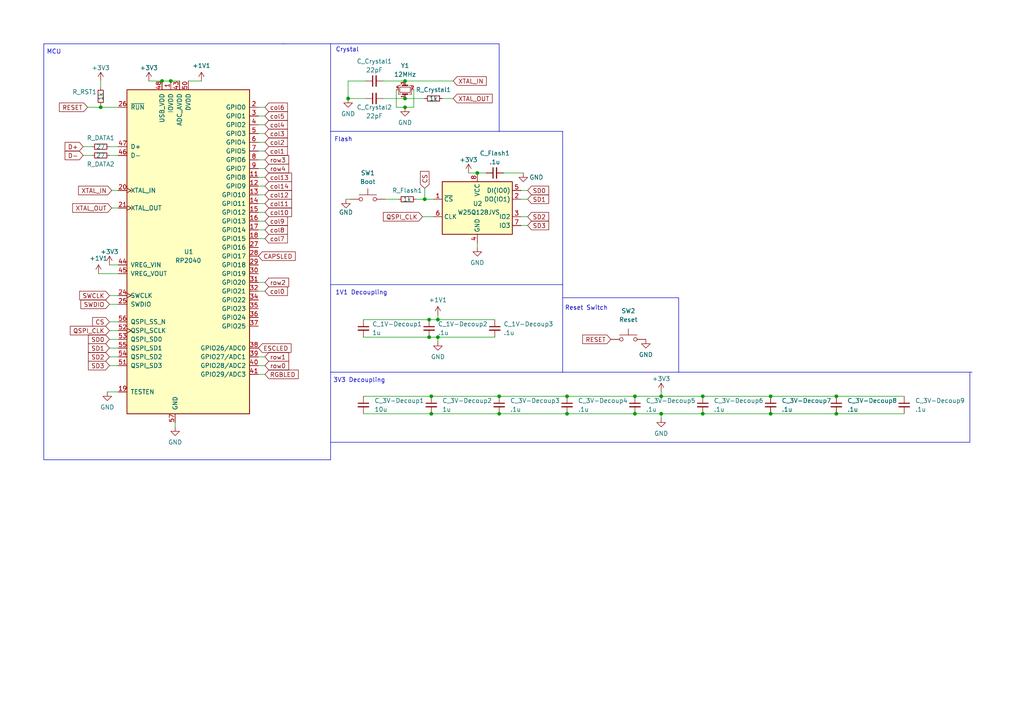
<source format=kicad_sch>
(kicad_sch (version 20230121) (generator eeschema)
  (paper "A4")
  (title_block (title "SST60 - Multi-layout 60% pcb") (date "2022-07-25") (rev "1.0"))
  (lib_symbols
    (symbol "Device:C_Small" (pin_numbers hide) (pin_names (offset 0.254) hide)
      (property "Reference" "C" (at 0.254 1.778 0))
      (property "Value" "C_Small" (at 0.254 -2.032 0))
      (symbol "C_Small_0_1"
        (polyline (pts (xy -1.524 -0.508) (xy 1.524 -0.508)) (stroke (width 0.3302)))
        (polyline (pts (xy -1.524 0.508) (xy 1.524 0.508)) (stroke (width 0.3048)))
      )
      (symbol "C_Small_1_1"
        (pin passive line (at 0 2.54 270) (length 2.032) (name "~") (number "1"))
        (pin passive line (at 0 -2.54 90) (length 2.032) (name "~") (number "2"))
      )
    )
    (symbol "Device:Crystal_GND24_Small" (pin_names (offset 1.016) hide)
      (property "Reference" "Y" (at 1.27 4.445 0))
      (property "Value" "Crystal_GND24_Small" (at 1.27 2.54 0))
      (symbol "Crystal_GND24_Small_0_1"
        (rectangle (start -0.762 -1.524) (end 0.762 1.524))
        (polyline (pts (xy -1.27 -0.762) (xy -1.27 0.762)) (stroke (width 0.381)))
        (polyline (pts (xy 1.27 -0.762) (xy 1.27 0.762)) (stroke (width 0.381)))
        (polyline (pts (xy -1.27 -1.27) (xy -1.27 -1.905) (xy 1.27 -1.905) (xy 1.27 -1.27)))
        (polyline (pts (xy -1.27 1.27) (xy -1.27 1.905) (xy 1.27 1.905) (xy 1.27 1.27)))
      )
      (symbol "Crystal_GND24_Small_1_1"
        (pin passive line (at -2.54 0 0) (length 1.27) (name "1") (number "1"))
        (pin passive line (at 0 -2.54 90) (length 0.635) (name "2") (number "2"))
        (pin passive line (at 2.54 0 180) (length 1.27) (name "3") (number "3"))
        (pin passive line (at 0 2.54 270) (length 0.635) (name "4") (number "4"))
      )
    )
    (symbol "Device:R_Small" (pin_numbers hide) (pin_names (offset 0.254) hide)
      (property "Reference" "R" (at 0.762 0.508 0))
      (property "Value" "R_Small" (at 0.762 -1.016 0))
      (symbol "R_Small_0_1"
        (rectangle (start -0.762 1.778) (end 0.762 -1.778) (stroke (width 0.2032)))
      )
      (symbol "R_Small_1_1"
        (pin passive line (at 0 2.54 270) (length 0.762) (name "~") (number "1"))
        (pin passive line (at 0 -2.54 90) (length 0.762) (name "~") (number "2"))
      )
    )
    (symbol "Memory_Flash:W25Q128JVS"
      (property "Reference" "U" (at -8.89 8.89 0))
      (property "Value" "W25Q128JVS" (at 7.62 8.89 0))
      (symbol "W25Q128JVS_0_1"
        (rectangle (start -10.16 7.62) (end 10.16 -7.62) (stroke (width 0.254)) (fill (type background)))
      )
      (symbol "W25Q128JVS_1_1"
        (pin input line (at -12.7 2.54 0) (length 2.54) (name "~{CS}") (number "1"))
        (pin bidirectional line (at 12.7 2.54 180) (length 2.54) (name "DO(IO1)") (number "2"))
        (pin bidirectional line (at 12.7 -2.54 180) (length 2.54) (name "IO2") (number "3"))
        (pin power_in line (at 0 -10.16 90) (length 2.54) (name "GND") (number "4"))
        (pin bidirectional line (at 12.7 5.08 180) (length 2.54) (name "DI(IO0)") (number "5"))
        (pin input line (at -12.7 -2.54 0) (length 2.54) (name "CLK") (number "6"))
        (pin bidirectional line (at 12.7 -5.08 180) (length 2.54) (name "IO3") (number "7"))
        (pin power_in line (at 0 10.16 270) (length 2.54) (name "VCC") (number "8"))
      )
    )
    (symbol "Switch:SW_Push" (pin_numbers hide) (pin_names (offset 1.016) hide)
      (property "Reference" "SW" (at 1.27 2.54 0))
      (property "Value" "SW_Push" (at 0 -1.524 0))
      (symbol "SW_Push_0_1"
        (circle (center -2.032 0) (radius 0.508))
        (polyline (pts (xy 0 1.27) (xy 0 3.048)))
        (polyline (pts (xy 2.54 1.27) (xy -2.54 1.27)))
        (circle (center 2.032 0) (radius 0.508))
        (pin passive line (at -5.08 0 0) (length 2.54) (name "1") (number "1"))
        (pin passive line (at 5.08 0 180) (length 2.54) (name "2") (number "2"))
      )
    )
    (symbol "cipulot_parts:RP2040" (pin_names (offset 1.016))
      (property "Reference" "U" (at 8.89 51.435 0))
      (property "Value" "RP2040" (at 8.89 48.895 0))
      (symbol "RP2040_0_0"
        (rectangle (start -17.78 -45.72) (end 17.78 48.26) (stroke (width 0.254)) (fill (type background)))
      )
      (symbol "RP2040_1_1"
        (pin power_in line (at -5.08 50.8 270) (length 2.54) (name "IOVDD") (number "1"))
        (pin power_in line (at -5.08 50.8 270) (length 2.54) hide (name "IOVDD") (number "10"))
        (pin input line (at 20.32 22.86 180) (length 2.54) (name "GPIO8") (number "11"))
        (pin input line (at 20.32 20.32 180) (length 2.54) (name "GPIO9") (number "12"))
        (pin input line (at 20.32 17.78 180) (length 2.54) (name "GPIO10") (number "13"))
        (pin input line (at 20.32 15.24 180) (length 2.54) (name "GPIO11") (number "14"))
        (pin input line (at 20.32 12.7 180) (length 2.54) (name "GPIO12") (number "15"))
        (pin input line (at 20.32 10.16 180) (length 2.54) (name "GPIO13") (number "16"))
        (pin input line (at 20.32 7.62 180) (length 2.54) (name "GPIO14") (number "17"))
        (pin input line (at 20.32 5.08 180) (length 2.54) (name "GPIO15") (number "18"))
        (pin input line (at -20.32 -39.37 0) (length 2.54) (name "TESTEN") (number "19"))
        (pin input line (at 20.32 43.18 180) (length 2.54) (name "GPIO0") (number "2"))
        (pin input clock (at -20.32 19.05 0) (length 2.54) (name "XTAL_IN") (number "20"))
        (pin input clock (at -20.32 13.97 0) (length 2.54) (name "XTAL_OUT") (number "21"))
        (pin power_in line (at -5.08 50.8 270) (length 2.54) hide (name "IOVDD") (number "22"))
        (pin power_in line (at 0 50.8 270) (length 2.54) hide (name "DVDD") (number "23"))
        (pin input clock (at -20.32 -11.43 0) (length 2.54) (name "SWCLK") (number "24"))
        (pin bidirectional line (at -20.32 -13.97 0) (length 2.54) (name "SWDIO") (number "25"))
        (pin input line (at -20.32 43.18 0) (length 2.54) (name "~{RUN}") (number "26"))
        (pin input line (at 20.32 2.54 180) (length 2.54) (name "GPIO16") (number "27"))
        (pin input line (at 20.32 0 180) (length 2.54) (name "GPIO17") (number "28"))
        (pin input line (at 20.32 -2.54 180) (length 2.54) (name "GPIO18") (number "29"))
        (pin input line (at 20.32 40.64 180) (length 2.54) (name "GPIO1") (number "3"))
        (pin input line (at 20.32 -5.08 180) (length 2.54) (name "GPIO19") (number "30"))
        (pin input line (at 20.32 -7.62 180) (length 2.54) (name "GPIO20") (number "31"))
        (pin input line (at 20.32 -10.16 180) (length 2.54) (name "GPIO21") (number "32"))
        (pin power_in line (at -5.08 50.8 270) (length 2.54) hide (name "IOVDD") (number "33"))
        (pin input line (at 20.32 -12.7 180) (length 2.54) (name "GPIO22") (number "34"))
        (pin input line (at 20.32 -15.24 180) (length 2.54) (name "GPIO23") (number "35"))
        (pin input line (at 20.32 -17.78 180) (length 2.54) (name "GPIO24") (number "36"))
        (pin input line (at 20.32 -20.32 180) (length 2.54) (name "GPIO25") (number "37"))
        (pin input line (at 20.32 -26.67 180) (length 2.54) (name "GPIO26/ADC0") (number "38"))
        (pin input line (at 20.32 -29.21 180) (length 2.54) (name "GPIO27/ADC1") (number "39"))
        (pin input line (at 20.32 38.1 180) (length 2.54) (name "GPIO2") (number "4"))
        (pin input line (at 20.32 -31.75 180) (length 2.54) (name "GPIO28/ADC2") (number "40"))
        (pin input line (at 20.32 -34.29 180) (length 2.54) (name "GPIO29/ADC3") (number "41"))
        (pin power_in line (at -5.08 50.8 270) (length 2.54) hide (name "IOVDD") (number "42"))
        (pin power_in line (at -2.54 50.8 270) (length 2.54) (name "ADC_AVDD") (number "43"))
        (pin power_in line (at -20.32 -2.54 0) (length 2.54) (name "VREG_VIN") (number "44"))
        (pin power_out line (at -20.32 -5.08 0) (length 2.54) (name "VREG_VOUT") (number "45"))
        (pin bidirectional line (at -20.32 29.21 0) (length 2.54) (name "D-") (number "46"))
        (pin bidirectional line (at -20.32 31.75 0) (length 2.54) (name "D+") (number "47"))
        (pin power_in line (at -7.62 50.8 270) (length 2.54) (name "USB_VDD") (number "48"))
        (pin power_in line (at -5.08 50.8 270) (length 2.54) hide (name "IOVDD") (number "49"))
        (pin input line (at 20.32 35.56 180) (length 2.54) (name "GPIO3") (number "5"))
        (pin power_in line (at 0 50.8 270) (length 2.54) (name "DVDD") (number "50"))
        (pin bidirectional line (at -20.32 -31.75 0) (length 2.54) (name "QSPI_SD3") (number "51"))
        (pin input clock (at -20.32 -21.59 0) (length 2.54) (name "QSPI_SCLK") (number "52"))
        (pin bidirectional line (at -20.32 -24.13 0) (length 2.54) (name "QSPI_SD0") (number "53"))
        (pin bidirectional line (at -20.32 -29.21 0) (length 2.54) (name "QSPI_SD2") (number "54"))
        (pin bidirectional line (at -20.32 -26.67 0) (length 2.54) (name "QSPI_SD1") (number "55"))
        (pin bidirectional line (at -20.32 -19.05 0) (length 2.54) (name "QSPI_SS_N") (number "56"))
        (pin power_in line (at -3.81 -48.26 90) (length 2.54) (name "GND") (number "57"))
        (pin input line (at 20.32 33.02 180) (length 2.54) (name "GPIO4") (number "6"))
        (pin input line (at 20.32 30.48 180) (length 2.54) (name "GPIO5") (number "7"))
        (pin input line (at 20.32 27.94 180) (length 2.54) (name "GPIO6") (number "8"))
        (pin input line (at 20.32 25.4 180) (length 2.54) (name "GPIO7") (number "9"))
      )
    )
    (symbol "power:+1V1" (power) (pin_names (offset 0))
      (property "Value" "+1V1" (at 0 3.556 0))
      (symbol "+1V1_0_1"
        (polyline (pts (xy -0.762 1.27) (xy 0 2.54)))
        (polyline (pts (xy 0 0) (xy 0 2.54)))
        (polyline (pts (xy 0 2.54) (xy 0.762 1.27)))
      )
      (symbol "+1V1_1_1"
        (pin power_in line (at 0 0 90) (length 0) hide (name "+1V1") (number "1"))
      )
    )
    (symbol "power:+3V3" (power) (pin_names (offset 0))
      (property "Value" "+3V3" (at 0 3.556 0))
      (symbol "+3V3_0_1"
        (polyline (pts (xy -0.762 1.27) (xy 0 2.54)))
        (polyline (pts (xy 0 0) (xy 0 2.54)))
        (polyline (pts (xy 0 2.54) (xy 0.762 1.27)))
      )
      (symbol "+3V3_1_1"
        (pin power_in line (at 0 0 90) (length 0) hide (name "+3V3") (number "1"))
      )
    )
    (symbol "power:GND" (power) (pin_names (offset 0))
      (property "Value" "GND" (at 0 -3.81 0))
      (symbol "GND_0_1"
        (polyline (pts (xy 0 0) (xy 0 -1.27) (xy 1.27 -1.27) (xy 0 -2.54) (xy -1.27 -1.27) (xy 0 -1.27)))
      )
      (symbol "GND_1_1"
        (pin power_in line (at 0 0 270) (length 0) hide (name "GND") (number "1"))
      )
    )
  )
  (junction (at 223.52 120.015))
  (junction (at 144.78 114.935))
  (junction (at 184.15 114.935))
  (junction (at 138.43 50.165))
  (junction (at 117.475 28.575))
  (junction (at 203.835 114.935))
  (junction (at 49.53 23.495))
  (junction (at 164.465 120.015))
  (junction (at 127 92.71))
  (junction (at 127 97.79))
  (junction (at 117.475 31.115))
  (junction (at 29.21 31.115))
  (junction (at 164.465 114.935))
  (junction (at 191.77 120.015))
  (junction (at 125.095 120.015))
  (junction (at 124.46 97.79))
  (junction (at 125.095 114.935))
  (junction (at 144.78 120.015))
  (junction (at 242.57 114.935))
  (junction (at 191.77 114.935))
  (junction (at 203.835 120.015))
  (junction (at 46.99 23.495))
  (junction (at 124.46 92.71))
  (junction (at 223.52 114.935))
  (junction (at 123.19 57.785))
  (junction (at 100.965 28.575))
  (junction (at 242.57 120.015))
  (junction (at 184.15 120.015))
  (junction (at 117.475 23.495))
  (polyline (pts (xy 163.195 107.95) (xy 281.94 107.95)))
  (wire (pts (xy 31.75 85.725) (xy 34.29 85.725)))
  (wire (pts (xy 111.125 28.575) (xy 117.475 28.575)))
  (wire (pts (xy 125.095 114.935) (xy 144.78 114.935)))
  (wire (pts (xy 122.555 62.865) (xy 125.73 62.865)))
  (wire (pts (xy 31.75 88.265) (xy 34.29 88.265)))
  (wire (pts (xy 127 97.79) (xy 143.51 97.79)))
  (wire (pts (xy 29.21 31.115) (xy 34.29 31.115)))
  (wire (pts (xy 242.57 120.015) (xy 262.255 120.015)))
  (wire (pts (xy 111.125 23.495) (xy 117.475 23.495)))
  (wire (pts (xy 74.93 53.975) (xy 76.835 53.975)))
  (wire (pts (xy 151.13 55.245) (xy 153.035 55.245)))
  (wire (pts (xy 74.93 64.135) (xy 76.835 64.135)))
  (wire (pts (xy 31.75 103.505) (xy 34.29 103.505)))
  (wire (pts (xy 191.77 114.935) (xy 203.835 114.935)))
  (wire (pts (xy 120.015 31.115) (xy 117.475 31.115)))
  (wire (pts (xy 28.575 79.375) (xy 34.29 79.375)))
  (wire (pts (xy 138.43 50.165) (xy 140.97 50.165)))
  (wire (pts (xy 31.75 42.545) (xy 34.29 42.545)))
  (wire (pts (xy 43.18 23.495) (xy 46.99 23.495)))
  (wire (pts (xy 31.75 100.965) (xy 34.29 100.965)))
  (wire (pts (xy 105.41 120.015) (xy 125.095 120.015)))
  (polyline (pts (xy 144.78 12.7) (xy 144.78 38.1)))
  (wire (pts (xy 100.965 28.575) (xy 100.965 23.495)))
  (polyline (pts (xy 144.78 38.1) (xy 95.885 38.1)))
  (wire (pts (xy 24.13 42.545) (xy 26.67 42.545)))
  (wire (pts (xy 32.385 60.325) (xy 34.29 60.325)))
  (wire (pts (xy 127 92.71) (xy 143.51 92.71)))
  (wire (pts (xy 74.93 41.275) (xy 76.835 41.275)))
  (wire (pts (xy 74.93 59.055) (xy 76.835 59.055)))
  (wire (pts (xy 74.93 43.815) (xy 76.835 43.815)))
  (wire (pts (xy 74.93 84.455) (xy 76.835 84.455)))
  (wire (pts (xy 74.93 81.915) (xy 76.835 81.915)))
  (wire (pts (xy 50.8 122.555) (xy 50.8 123.825)))
  (polyline (pts (xy 163.195 38.1) (xy 163.195 82.55)))
  (polyline (pts (xy 163.195 86.36) (xy 196.85 86.36)))
  (wire (pts (xy 49.53 23.495) (xy 52.07 23.495)))
  (wire (pts (xy 203.835 114.935) (xy 223.52 114.935)))
  (wire (pts (xy 46.99 23.495) (xy 49.53 23.495)))
  (wire (pts (xy 29.21 23.495) (xy 29.21 25.4)))
  (polyline (pts (xy 82.55 133.35) (xy 12.7 133.35)))
  (wire (pts (xy 74.93 51.435) (xy 76.835 51.435)))
  (wire (pts (xy 125.095 120.015) (xy 144.78 120.015)))
  (wire (pts (xy 32.385 55.245) (xy 34.29 55.245)))
  (polyline (pts (xy 163.195 82.55) (xy 163.195 107.95)))
  (wire (pts (xy 135.89 50.165) (xy 138.43 50.165)))
  (wire (pts (xy 74.93 103.505) (xy 76.835 103.505)))
  (wire (pts (xy 31.75 98.425) (xy 34.29 98.425)))
  (wire (pts (xy 111.76 57.785) (xy 115.57 57.785)))
  (wire (pts (xy 24.13 45.085) (xy 26.67 45.085)))
  (wire (pts (xy 164.465 120.015) (xy 184.15 120.015)))
  (wire (pts (xy 105.41 114.935) (xy 125.095 114.935)))
  (wire (pts (xy 74.93 48.895) (xy 76.835 48.895)))
  (wire (pts (xy 144.78 120.015) (xy 164.465 120.015)))
  (wire (pts (xy 100.33 57.785) (xy 101.6 57.785)))
  (wire (pts (xy 74.93 31.115) (xy 76.835 31.115)))
  (wire (pts (xy 31.75 45.085) (xy 34.29 45.085)))
  (wire (pts (xy 31.75 106.045) (xy 34.29 106.045)))
  (wire (pts (xy 100.965 23.495) (xy 106.045 23.495)))
  (wire (pts (xy 138.43 70.485) (xy 138.43 71.755)))
  (wire (pts (xy 74.93 36.195) (xy 76.835 36.195)))
  (wire (pts (xy 74.93 33.655) (xy 76.835 33.655)))
  (wire (pts (xy 151.13 57.785) (xy 153.035 57.785)))
  (wire (pts (xy 191.77 120.015) (xy 203.835 120.015)))
  (wire (pts (xy 184.15 120.015) (xy 191.77 120.015)))
  (polyline (pts (xy 82.55 133.35) (xy 95.885 133.35)))
  (polyline (pts (xy 163.195 82.55) (xy 95.885 82.55)))
  (wire (pts (xy 128.27 28.575) (xy 131.445 28.575)))
  (wire (pts (xy 127 91.44) (xy 127 92.71)))
  (wire (pts (xy 123.19 54.61) (xy 123.19 57.785)))
  (wire (pts (xy 127 97.79) (xy 127 99.06)))
  (polyline (pts (xy 144.78 38.1) (xy 163.195 38.1)))
  (polyline (pts (xy 12.7 12.7) (xy 12.7 133.35)))
  (wire (pts (xy 151.13 62.865) (xy 153.035 62.865)))
  (wire (pts (xy 74.93 38.735) (xy 76.835 38.735)))
  (wire (pts (xy 74.93 61.595) (xy 76.835 61.595)))
  (wire (pts (xy 117.475 23.495) (xy 131.445 23.495)))
  (wire (pts (xy 74.93 56.515) (xy 76.835 56.515)))
  (wire (pts (xy 191.77 113.665) (xy 191.77 114.935)))
  (wire (pts (xy 31.75 95.885) (xy 34.29 95.885)))
  (wire (pts (xy 123.19 57.785) (xy 125.73 57.785)))
  (wire (pts (xy 124.46 92.71) (xy 127 92.71)))
  (polyline (pts (xy 196.85 86.36) (xy 196.85 107.95)))
  (polyline (pts (xy 95.885 12.7) (xy 95.885 133.35)))
  (wire (pts (xy 242.57 114.935) (xy 262.255 114.935)))
  (wire (pts (xy 151.13 65.405) (xy 153.035 65.405)))
  (polyline (pts (xy 81.915 12.7) (xy 95.885 12.7)))
  (wire (pts (xy 223.52 114.935) (xy 242.57 114.935)))
  (wire (pts (xy 29.21 30.48) (xy 29.21 31.115)))
  (wire (pts (xy 25.4 31.115) (xy 29.21 31.115)))
  (wire (pts (xy 144.78 114.935) (xy 164.465 114.935)))
  (polyline (pts (xy 12.7 12.7) (xy 82.55 12.7)))
  (wire (pts (xy 31.75 76.835) (xy 34.29 76.835)))
  (wire (pts (xy 164.465 114.935) (xy 184.15 114.935)))
  (wire (pts (xy 105.41 97.79) (xy 124.46 97.79)))
  (wire (pts (xy 105.41 92.71) (xy 124.46 92.71)))
  (wire (pts (xy 117.475 28.575) (xy 123.19 28.575)))
  (wire (pts (xy 100.965 28.575) (xy 106.045 28.575)))
  (wire (pts (xy 31.75 93.345) (xy 34.29 93.345)))
  (wire (pts (xy 120.65 57.785) (xy 123.19 57.785)))
  (polyline (pts (xy 281.305 107.95) (xy 281.305 128.27)))
  (wire (pts (xy 203.835 120.015) (xy 223.52 120.015)))
  (wire (pts (xy 74.93 46.355) (xy 76.835 46.355)))
  (wire (pts (xy 223.52 120.015) (xy 242.57 120.015)))
  (polyline (pts (xy 281.305 128.27) (xy 95.885 128.27)))
  (wire (pts (xy 114.935 26.035) (xy 114.935 31.115)))
  (wire (pts (xy 120.015 26.035) (xy 120.015 31.115)))
  (wire (pts (xy 74.93 66.675) (xy 76.835 66.675)))
  (wire (pts (xy 54.61 23.495) (xy 58.42 23.495)))
  (wire (pts (xy 74.93 69.215) (xy 76.835 69.215)))
  (wire (pts (xy 184.15 114.935) (xy 191.77 114.935)))
  (wire (pts (xy 74.93 106.045) (xy 76.835 106.045)))
  (wire (pts (xy 31.115 113.665) (xy 34.29 113.665)))
  (wire (pts (xy 74.93 108.585) (xy 76.835 108.585)))
  (wire (pts (xy 191.77 121.285) (xy 191.77 120.015)))
  (wire (pts (xy 124.46 97.79) (xy 127 97.79)))
  (wire (pts (xy 114.935 31.115) (xy 117.475 31.115)))
  (polyline (pts (xy 95.885 12.7) (xy 144.78 12.7)))
  (wire (pts (xy 146.05 50.165) (xy 151.765 50.165)))
  (polyline (pts (xy 95.885 107.95) (xy 163.195 107.95)))
  (text "Reset Switch" (at 163.83 90.17 0) (effects (font (size 1.27 1.27)) (justify left bottom)))
  (text "Flash\n" (at 102.235 41.275 0) (effects (font (size 1.27 1.27)) (justify right bottom)))
  (text "MCU\n" (at 17.78 15.875 0) (effects (font (size 1.27 1.27)) (justify right bottom)))
  (text "Crystal\n" (at 104.14 15.24 0) (effects (font (size 1.27 1.27)) (justify right bottom)))
  (text "3V3 Decoupling" (at 111.76 111.125 0) (effects (font (size 1.27 1.27)) (justify right bottom)))
  (text "1V1 Decoupling" (at 112.395 85.725 0) (effects (font (size 1.27 1.27)) (justify right bottom)))
  (global_label "col7" (shape input) (at 76.835 69.215 0) (property "Intersheetrefs" "${INTERSHEET_REFS}" (effects hide)))
  (global_label "col14" (shape input) (at 76.835 53.975 0) (property "Intersheetrefs" "${INTERSHEET_REFS}" (effects hide)))
  (global_label "XTAL_OUT" (shape input) (at 32.385 60.325 180) (property "Intersheetrefs" "${INTERSHEET_REFS}" (effects hide)))
  (global_label "col8" (shape input) (at 76.835 66.675 0) (property "Intersheetrefs" "${INTERSHEET_REFS}" (effects hide)))
  (global_label "col0" (shape input) (at 76.835 84.455 0) (property "Intersheetrefs" "${INTERSHEET_REFS}" (effects hide)))
  (global_label "ESCLED" (shape input) (at 74.93 100.965 0) (property "Intersheetrefs" "${INTERSHEET_REFS}" (effects hide)))
  (global_label "col6" (shape input) (at 76.835 31.115 0) (property "Intersheetrefs" "${INTERSHEET_REFS}" (effects hide)))
  (global_label "SWCLK" (shape input) (at 31.75 85.725 180) (property "Intersheetrefs" "${INTERSHEET_REFS}" (effects hide)))
  (global_label "col1" (shape input) (at 76.835 43.815 0) (property "Intersheetrefs" "${INTERSHEET_REFS}" (effects hide)))
  (global_label "SD1" (shape input) (at 153.035 57.785 0) (property "Intersheetrefs" "${INTERSHEET_REFS}" (effects hide)))
  (global_label "SD3" (shape input) (at 153.035 65.405 0) (property "Intersheetrefs" "${INTERSHEET_REFS}" (effects hide)))
  (global_label "row2" (shape input) (at 76.835 81.915 0) (property "Intersheetrefs" "${INTERSHEET_REFS}" (effects hide)))
  (global_label "D-" (shape input) (at 24.13 45.085 180) (property "Intersheetrefs" "${INTERSHEET_REFS}" (effects hide)))
  (global_label "XTAL_IN" (shape input) (at 131.445 23.495 0) (property "Intersheetrefs" "${INTERSHEET_REFS}" (effects hide)))
  (global_label "SD2" (shape input) (at 153.035 62.865 0) (property "Intersheetrefs" "${INTERSHEET_REFS}" (effects hide)))
  (global_label "col13" (shape input) (at 76.835 51.435 0) (property "Intersheetrefs" "${INTERSHEET_REFS}" (effects hide)))
  (global_label "D+" (shape input) (at 24.13 42.545 180) (property "Intersheetrefs" "${INTERSHEET_REFS}" (effects hide)))
  (global_label "SD0" (shape input) (at 31.75 98.425 180) (property "Intersheetrefs" "${INTERSHEET_REFS}" (effects hide)))
  (global_label "QSPI_CLK" (shape input) (at 122.555 62.865 180) (property "Intersheetrefs" "${INTERSHEET_REFS}" (effects hide)))
  (global_label "SWDIO" (shape input) (at 31.75 88.265 180) (property "Intersheetrefs" "${INTERSHEET_REFS}" (effects hide)))
  (global_label "row4" (shape input) (at 76.835 48.895 0) (property "Intersheetrefs" "${INTERSHEET_REFS}" (effects hide)))
  (global_label "col2" (shape input) (at 76.835 41.275 0) (property "Intersheetrefs" "${INTERSHEET_REFS}" (effects hide)))
  (global_label "row0" (shape input) (at 76.835 106.045 0) (property "Intersheetrefs" "${INTERSHEET_REFS}" (effects hide)))
  (global_label "row3" (shape input) (at 76.835 46.355 0) (property "Intersheetrefs" "${INTERSHEET_REFS}" (effects hide)))
  (global_label "QSPI_CLK" (shape input) (at 31.75 95.885 180) (property "Intersheetrefs" "${INTERSHEET_REFS}" (effects hide)))
  (global_label "row1" (shape input) (at 76.835 103.505 0) (property "Intersheetrefs" "${INTERSHEET_REFS}" (effects hide)))
  (global_label "SD0" (shape input) (at 153.035 55.245 0) (property "Intersheetrefs" "${INTERSHEET_REFS}" (effects hide)))
  (global_label "col10" (shape input) (at 76.835 61.595 0) (property "Intersheetrefs" "${INTERSHEET_REFS}" (effects hide)))
  (global_label "RESET" (shape input) (at 177.165 98.425 180) (property "Intersheetrefs" "${INTERSHEET_REFS}" (effects hide)))
  (global_label "col3" (shape input) (at 76.835 38.735 0) (property "Intersheetrefs" "${INTERSHEET_REFS}" (effects hide)))
  (global_label "col12" (shape input) (at 76.835 56.515 0) (property "Intersheetrefs" "${INTERSHEET_REFS}" (effects hide)))
  (global_label "XTAL_IN" (shape input) (at 32.385 55.245 180) (property "Intersheetrefs" "${INTERSHEET_REFS}" (effects hide)))
  (global_label "col9" (shape input) (at 76.835 64.135 0) (property "Intersheetrefs" "${INTERSHEET_REFS}" (effects hide)))
  (global_label "CS" (shape input) (at 123.19 54.61 90) (property "Intersheetrefs" "${INTERSHEET_REFS}" (effects hide)))
  (global_label "SD3" (shape input) (at 31.75 106.045 180) (property "Intersheetrefs" "${INTERSHEET_REFS}" (effects hide)))
  (global_label "CAPSLED" (shape input) (at 74.93 74.295 0) (property "Intersheetrefs" "${INTERSHEET_REFS}" (effects hide)))
  (global_label "RESET" (shape input) (at 25.4 31.115 180) (property "Intersheetrefs" "${INTERSHEET_REFS}" (effects hide)))
  (global_label "XTAL_OUT" (shape input) (at 131.445 28.575 0) (property "Intersheetrefs" "${INTERSHEET_REFS}" (effects hide)))
  (global_label "RGBLED" (shape input) (at 76.835 108.585 0) (property "Intersheetrefs" "${INTERSHEET_REFS}" (effects hide)))
  (global_label "SD1" (shape input) (at 31.75 100.965 180) (property "Intersheetrefs" "${INTERSHEET_REFS}" (effects hide)))
  (global_label "CS" (shape input) (at 31.75 93.345 180) (property "Intersheetrefs" "${INTERSHEET_REFS}" (effects hide)))
  (global_label "col4" (shape input) (at 76.835 36.195 0) (property "Intersheetrefs" "${INTERSHEET_REFS}" (effects hide)))
  (global_label "col11" (shape input) (at 76.835 59.055 0) (property "Intersheetrefs" "${INTERSHEET_REFS}" (effects hide)))
  (global_label "SD2" (shape input) (at 31.75 103.505 180) (property "Intersheetrefs" "${INTERSHEET_REFS}" (effects hide)))
  (global_label "col5" (shape input) (at 76.835 33.655 0) (property "Intersheetrefs" "${INTERSHEET_REFS}" (effects hide)))
  (symbol (lib_id "Device:R_Small") (at 118.11 57.785 90) (unit 1)
    (property "Reference" "R_Flash1" (at 118.11 55.245 90))
    (property "Value" "1k" (at 118.11 57.785 90))
    (property "Footprint" "Resistor_SMD:R_0402_1005Metric" (effects hide))
  )
  (symbol (lib_id "power:+3V3") (at 191.77 113.665 0) (unit 1)
    (property "Reference" "#PWR0118" (effects hide))
    (property "Value" "+3V3" (at 191.77 109.855 0))
  )
  (symbol (lib_id "power:GND") (at 117.475 31.115 0) (unit 1)
    (property "Reference" "#PWR0109" (effects hide))
    (property "Value" "GND" (at 117.475 35.56 0))
  )
  (symbol (lib_id "power:GND") (at 50.8 123.825 0) (unit 1)
    (property "Reference" "#PWR0105" (effects hide))
    (property "Value" "GND" (at 50.8 128.27 0))
  )
  (symbol (lib_id "Device:C_Small") (at 184.15 117.475 0) (unit 1)
    (property "Reference" "C_3V-Decoup5" (at 187.325 116.2112 0) (effects (justify left)))
    (property "Value" ".1u" (at 187.325 118.7512 0) (effects (justify left)))
    (property "Footprint" "Capacitor_SMD:C_0402_1005Metric" (effects hide))
  )
  (symbol (lib_id "Device:Crystal_GND24_Small") (at 117.475 26.035 90) (unit 1)
    (property "Reference" "Y1" (at 117.475 19.05 90))
    (property "Value" "12MHz" (at 117.475 21.59 90))
    (property "Footprint" "Crystal:Crystal_SMD_3225-4Pin_3.2x2.5mm" (effects hide))
  )
  (symbol (lib_id "Device:C_Small") (at 124.46 95.25 0) (unit 1)
    (property "Reference" "C_1V-Decoup2" (at 127 93.9862 0) (effects (justify left)))
    (property "Value" ".1u" (at 127 96.5262 0) (effects (justify left)))
    (property "Footprint" "Capacitor_SMD:C_0402_1005Metric" (effects hide))
  )
  (symbol (lib_id "power:GND") (at 187.325 98.425 0) (unit 1)
    (property "Reference" "#PWR0146" (effects hide))
    (property "Value" "GND" (at 187.325 102.87 0))
  )
  (symbol (lib_id "power:GND") (at 191.77 121.285 0) (unit 1)
    (property "Reference" "#PWR0117" (effects hide))
    (property "Value" "GND" (at 191.77 125.73 0))
  )
  (symbol (lib_id "power:GND") (at 151.765 50.165 0) (unit 1)
    (property "Reference" "#PWR0113" (effects hide))
    (property "Value" "GND" (at 155.575 51.435 0))
  )
  (symbol (lib_id "power:+3V3") (at 43.18 23.495 0) (unit 1)
    (property "Reference" "#PWR0106" (effects hide))
    (property "Value" "+3V3" (at 43.18 19.685 0))
  )
  (symbol (lib_id "Memory_Flash:W25Q128JVS") (at 138.43 60.325 0) (unit 1)
    (property "Reference" "U2" (at 137.16 59.055 0) (effects (justify left)))
    (property "Value" "W25Q128JVS" (at 132.715 61.595 0) (effects (justify left)))
    (property "Footprint" "Package_SO:SOIC-8_5.23x5.23mm_P1.27mm" (effects hide))
    (property "Datasheet" "http://www.winbond.com/resource-files/w25q128jv_dtr%20revc%2003272018%20plus.pdf" (effects hide))
  )
  (symbol (lib_id "Device:R_Small") (at 29.21 27.94 0) (unit 1)
    (property "Reference" "R_RST1" (at 20.955 26.67 0) (effects (justify left)))
    (property "Value" "1k" (at 29.21 29.21 90) (effects (justify left)))
    (property "Footprint" "Resistor_SMD:R_0402_1005Metric" (effects hide))
  )
  (symbol (lib_id "power:+1V1") (at 28.575 79.375 0) (unit 1)
    (property "Reference" "#PWR0103" (effects hide))
    (property "Value" "+1V1" (at 28.575 74.93 0))
  )
  (symbol (lib_id "Device:R_Small") (at 29.21 45.085 90) (unit 1)
    (property "Reference" "R_DATA2" (at 29.21 47.625 90))
    (property "Value" "27" (at 29.21 45.085 90))
    (property "Footprint" "Resistor_SMD:R_0402_1005Metric" (effects hide))
  )
  (symbol (lib_id "Device:C_Small") (at 108.585 23.495 90) (unit 1)
    (property "Reference" "C_Crystal1" (at 108.585 17.78 90))
    (property "Value" "22pF" (at 108.585 20.32 90))
    (property "Footprint" "Capacitor_SMD:C_0402_1005Metric" (effects hide))
  )
  (symbol (lib_id "Device:C_Small") (at 242.57 117.475 0) (unit 1)
    (property "Reference" "C_3V-Decoup8" (at 245.745 116.2112 0) (effects (justify left)))
    (property "Value" ".1u" (at 245.745 118.7512 0) (effects (justify left)))
    (property "Footprint" "Capacitor_SMD:C_0402_1005Metric" (effects hide))
  )
  (symbol (lib_id "power:GND") (at 31.115 113.665 0) (unit 1)
    (property "Reference" "#PWR0104" (effects hide))
    (property "Value" "GND" (at 31.115 118.11 0))
  )
  (symbol (lib_id "Device:R_Small") (at 125.73 28.575 90) (unit 1)
    (property "Reference" "R_Crystal1" (at 125.73 26.035 90))
    (property "Value" "1k" (at 125.73 28.575 90))
    (property "Footprint" "Resistor_SMD:R_0402_1005Metric" (effects hide))
  )
  (symbol (lib_id "Device:C_Small") (at 105.41 95.25 0) (unit 1)
    (property "Reference" "C_1V-Decoup1" (at 107.95 93.9862 0) (effects (justify left)))
    (property "Value" "1u" (at 107.95 96.5262 0) (effects (justify left)))
    (property "Footprint" "Capacitor_SMD:C_0402_1005Metric" (effects hide))
  )
  (symbol (lib_id "power:GND") (at 100.965 28.575 0) (unit 1)
    (property "Reference" "#PWR0110" (effects hide))
    (property "Value" "GND" (at 100.965 33.02 0))
  )
  (symbol (lib_id "Switch:SW_Push") (at 182.245 98.425 0) (unit 1)
    (property "Reference" "SW2" (at 182.245 90.17 0))
    (property "Value" "Reset" (at 182.245 92.71 0))
    (property "Footprint" "Button_Switch_SMD:SW_SPST_TL3342" (effects hide))
  )
  (symbol (lib_id "power:+3V3") (at 31.75 76.835 0) (unit 1)
    (property "Reference" "#PWR0102" (effects hide))
    (property "Value" "+3V3" (at 31.75 73.025 0))
  )
  (symbol (lib_id "power:GND") (at 100.33 57.785 0) (unit 1)
    (property "Reference" "#PWR0111" (effects hide))
    (property "Value" "GND" (at 100.33 61.595 0))
  )
  (symbol (lib_id "Device:C_Small") (at 164.465 117.475 0) (unit 1)
    (property "Reference" "C_3V-Decoup4" (at 167.64 116.2112 0) (effects (justify left)))
    (property "Value" ".1u" (at 167.64 118.7512 0) (effects (justify left)))
    (property "Footprint" "Capacitor_SMD:C_0402_1005Metric" (effects hide))
  )
  (symbol (lib_id "Device:C_Small") (at 125.095 117.475 0) (unit 1)
    (property "Reference" "C_3V-Decoup2" (at 128.27 116.2112 0) (effects (justify left)))
    (property "Value" "1u" (at 128.27 118.7512 0) (effects (justify left)))
    (property "Footprint" "Capacitor_SMD:C_0402_1005Metric" (effects hide))
  )
  (symbol (lib_id "Device:R_Small") (at 29.21 42.545 90) (unit 1)
    (property "Reference" "R_DATA1" (at 29.21 40.005 90))
    (property "Value" "27" (at 29.21 42.545 90))
    (property "Footprint" "Resistor_SMD:R_0402_1005Metric" (effects hide))
  )
  (symbol (lib_id "power:GND") (at 127 99.06 0) (unit 1)
    (property "Reference" "#PWR0116" (effects hide))
    (property "Value" "GND" (at 127 103.505 0))
  )
  (symbol (lib_id "Switch:SW_Push") (at 106.68 57.785 0) (unit 1)
    (property "Reference" "SW1" (at 106.68 50.165 0))
    (property "Value" "Boot" (at 106.68 52.705 0))
    (property "Footprint" "Button_Switch_SMD:SW_SPST_TL3342" (effects hide))
  )
  (symbol (lib_id "Device:C_Small") (at 143.51 95.25 0) (unit 1)
    (property "Reference" "C_1V-Decoup3" (at 146.05 93.9862 0) (effects (justify left)))
    (property "Value" ".1u" (at 146.05 96.5262 0) (effects (justify left)))
    (property "Footprint" "Capacitor_SMD:C_0402_1005Metric" (effects hide))
  )
  (symbol (lib_id "power:+3V3") (at 29.21 23.495 0) (unit 1)
    (property "Reference" "#PWR0107" (effects hide))
    (property "Value" "+3V3" (at 29.21 19.685 0))
  )
  (symbol (lib_id "power:GND") (at 138.43 71.755 0) (unit 1)
    (property "Reference" "#PWR0112" (effects hide))
    (property "Value" "GND" (at 138.43 76.2 0))
  )
  (symbol (lib_id "power:+1V1") (at 58.42 23.495 0) (unit 1)
    (property "Reference" "#PWR0108" (effects hide))
    (property "Value" "+1V1" (at 58.42 19.05 0))
  )
  (symbol (lib_id "Device:C_Small") (at 223.52 117.475 0) (unit 1)
    (property "Reference" "C_3V-Decoup7" (at 226.695 116.2112 0) (effects (justify left)))
    (property "Value" ".1u" (at 226.695 118.7512 0) (effects (justify left)))
    (property "Footprint" "Capacitor_SMD:C_0402_1005Metric" (effects hide))
  )
  (symbol (lib_id "Device:C_Small") (at 262.255 117.475 0) (unit 1)
    (property "Reference" "C_3V-Decoup9" (at 265.43 116.2112 0) (effects (justify left)))
    (property "Value" ".1u" (at 265.43 118.7512 0) (effects (justify left)))
    (property "Footprint" "Capacitor_SMD:C_0402_1005Metric" (effects hide))
  )
  (symbol (lib_id "Device:C_Small") (at 203.835 117.475 0) (unit 1)
    (property "Reference" "C_3V-Decoup6" (at 207.01 116.2112 0) (effects (justify left)))
    (property "Value" ".1u" (at 207.01 118.7512 0) (effects (justify left)))
    (property "Footprint" "Capacitor_SMD:C_0402_1005Metric" (effects hide))
  )
  (symbol (lib_id "Device:C_Small") (at 144.78 117.475 0) (unit 1)
    (property "Reference" "C_3V-Decoup3" (at 147.955 116.2112 0) (effects (justify left)))
    (property "Value" ".1u" (at 147.955 118.7512 0) (effects (justify left)))
    (property "Footprint" "Capacitor_SMD:C_0402_1005Metric" (effects hide))
  )
  (symbol (lib_id "Device:C_Small") (at 105.41 117.475 0) (unit 1)
    (property "Reference" "C_3V-Decoup1" (at 108.585 116.2112 0) (effects (justify left)))
    (property "Value" "10u" (at 108.585 118.7512 0) (effects (justify left)))
    (property "Footprint" "Capacitor_SMD:C_0402_1005Metric" (effects hide))
  )
  (symbol (lib_id "power:+3V3") (at 135.89 50.165 0) (unit 1)
    (property "Reference" "#PWR0114" (effects hide))
    (property "Value" "+3V3" (at 135.89 46.355 0))
  )
  (symbol (lib_id "Device:C_Small") (at 143.51 50.165 90) (unit 1)
    (property "Reference" "C_Flash1" (at 143.51 44.45 90))
    (property "Value" ".1u" (at 143.51 46.99 90))
    (property "Footprint" "Capacitor_SMD:C_0402_1005Metric" (effects hide))
  )
  (symbol (lib_id "Device:C_Small") (at 108.585 28.575 90) (unit 1)
    (property "Reference" "C_Crystal2" (at 108.585 31.115 90))
    (property "Value" "22pF" (at 108.585 33.655 90))
    (property "Footprint" "Capacitor_SMD:C_0402_1005Metric" (effects hide))
  )
  (symbol (lib_id "power:+1V1") (at 127 91.44 0) (unit 1)
    (property "Reference" "#PWR0115" (effects hide))
    (property "Value" "+1V1" (at 127 86.995 0))
  )
  (symbol (lib_id "cipulot_parts:RP2040") (at 54.61 74.295 0) (unit 1)
    (property "Reference" "U1" (at 53.34 73.025 0) (effects (justify left)))
    (property "Value" "RP2040" (at 50.8 75.565 0) (effects (justify left)))
    (property "Footprint" "cipulot_parts:RP2040-QFN-56" (effects hide))
    (property "Datasheet" "https://datasheets.raspberrypi.com/rp2040/rp2040-datasheet.pdf" (effects hide))
  )
)
</source>
